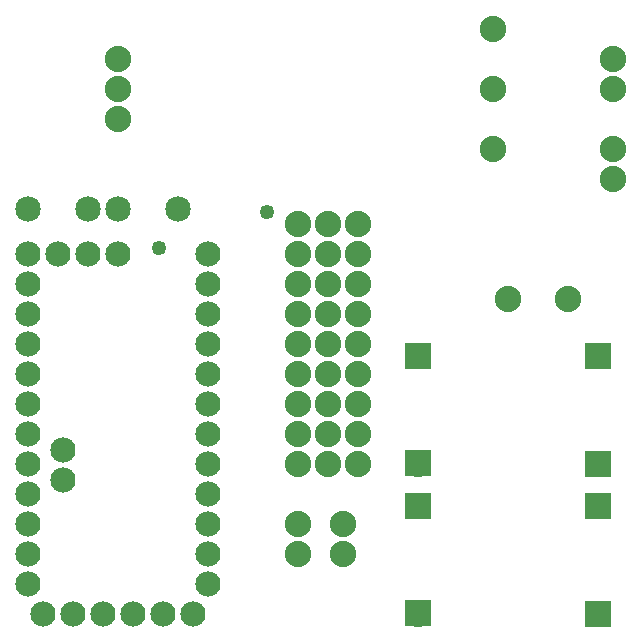
<source format=gts>
G04 MADE WITH FRITZING*
G04 WWW.FRITZING.ORG*
G04 DOUBLE SIDED*
G04 HOLES PLATED*
G04 CONTOUR ON CENTER OF CONTOUR VECTOR*
%ASAXBY*%
%FSLAX23Y23*%
%MOIN*%
%OFA0B0*%
%SFA1.0B1.0*%
%ADD10C,0.088000*%
%ADD11C,0.084000*%
%ADD12C,0.085000*%
%ADD13C,0.049370*%
%ADD14R,0.087630X0.087806*%
%LNMASK1*%
G90*
G70*
G54D10*
X1027Y1431D03*
X1127Y1431D03*
X1227Y1431D03*
X1027Y1331D03*
X1127Y1331D03*
X1227Y1331D03*
X1027Y1231D03*
X1127Y1231D03*
X1227Y1231D03*
X1027Y1131D03*
X1127Y1131D03*
X1227Y1131D03*
X1027Y1031D03*
X1127Y1031D03*
X1227Y1031D03*
X1027Y931D03*
X1127Y931D03*
X1227Y931D03*
X1027Y831D03*
X1127Y831D03*
X1227Y831D03*
X1027Y731D03*
X1127Y731D03*
X1227Y731D03*
X1027Y631D03*
X1127Y631D03*
X1227Y631D03*
G54D11*
X677Y131D03*
X577Y131D03*
X477Y131D03*
X377Y131D03*
X277Y131D03*
X177Y131D03*
X242Y676D03*
X242Y576D03*
X327Y1331D03*
X227Y1331D03*
X127Y231D03*
X127Y331D03*
X127Y431D03*
X127Y531D03*
X127Y631D03*
X127Y731D03*
X127Y831D03*
X127Y931D03*
X127Y1031D03*
X127Y1131D03*
X127Y1231D03*
X127Y1331D03*
X727Y1331D03*
X727Y1231D03*
X727Y1131D03*
X727Y1031D03*
X727Y931D03*
X727Y831D03*
X727Y731D03*
X727Y631D03*
X727Y531D03*
X727Y431D03*
X727Y331D03*
X727Y231D03*
X427Y1331D03*
G54D10*
X2027Y131D03*
X2027Y491D03*
X1427Y491D03*
X1427Y131D03*
X2027Y631D03*
X2027Y991D03*
X1427Y991D03*
X1427Y631D03*
X1677Y2081D03*
X1677Y1881D03*
X1677Y1681D03*
X427Y1981D03*
X427Y1881D03*
X427Y1781D03*
X2077Y1881D03*
X2077Y1981D03*
X1927Y1181D03*
X1727Y1181D03*
X2077Y1681D03*
X2077Y1581D03*
G54D12*
X127Y1481D03*
X327Y1481D03*
X427Y1481D03*
X627Y1481D03*
G54D13*
X564Y1350D03*
X924Y1470D03*
G54D10*
X1027Y331D03*
X1027Y331D03*
X1027Y431D03*
X1177Y431D03*
X1177Y431D03*
X1177Y331D03*
G54D14*
X1427Y491D03*
X1427Y132D03*
X2027Y131D03*
X2027Y491D03*
X1427Y991D03*
X1427Y632D03*
X2027Y631D03*
X2027Y991D03*
G04 End of Mask1*
M02*
</source>
